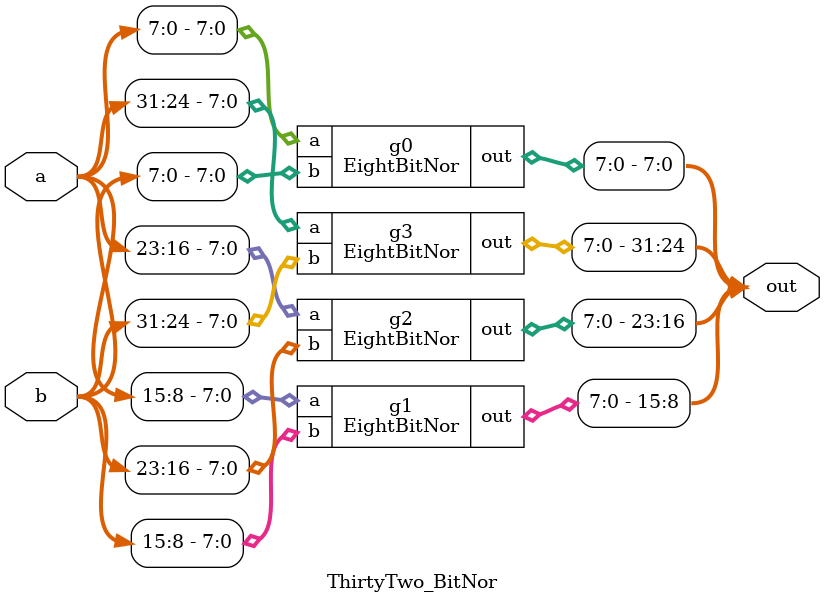
<source format=v>
`timescale 1ns / 1ps


// Eight-Bit Nor
module EightBitNor(out,a,b);
 //Input and output ports
 input[7:0]a,b;
 output[7:0]out;


 //Xor-gate
 nor g0(out[0],a[0],b[0]);
 nor g1(out[1],a[1],b[1]);
 nor g2(out[2],a[2],b[2]);
 nor g3(out[3],a[3],b[3]);
 nor g4(out[4],a[4],b[4]);
 nor g5(out[5],a[5],b[5]);
 nor g6(out[6],a[6],b[6]);
 nor g7(out[7],a[7],b[7]);

endmodule


//32 Bit Nor
module ThirtyTwo_BitNor(out,a,b);
 //Input and output ports
 input[31:0]a,b;
 output[31:0]out;

 //Xor-gate
 EightBitNor g0(out[7:0],a[7:0],b[7:0]);
 EightBitNor g1(out[15:8],a[15:8],b[15:8]);
 EightBitNor g2(out[23:16],a[23:16],b[23:16]);
 EightBitNor g3(out[31:24],a[31:24],b[31:24]);

endmodule


</source>
